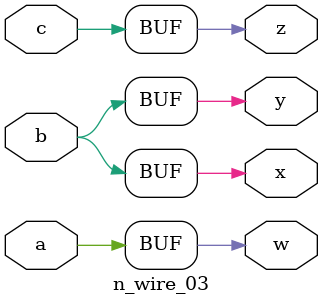
<source format=v>
`timescale 1ns/1ps 
module n_wire_03(
    input a,b,c,
    output w,x,y,z
    ) ;
    assign {w,x,y,z} = {a,b,b,c} ;
endmodule
</source>
